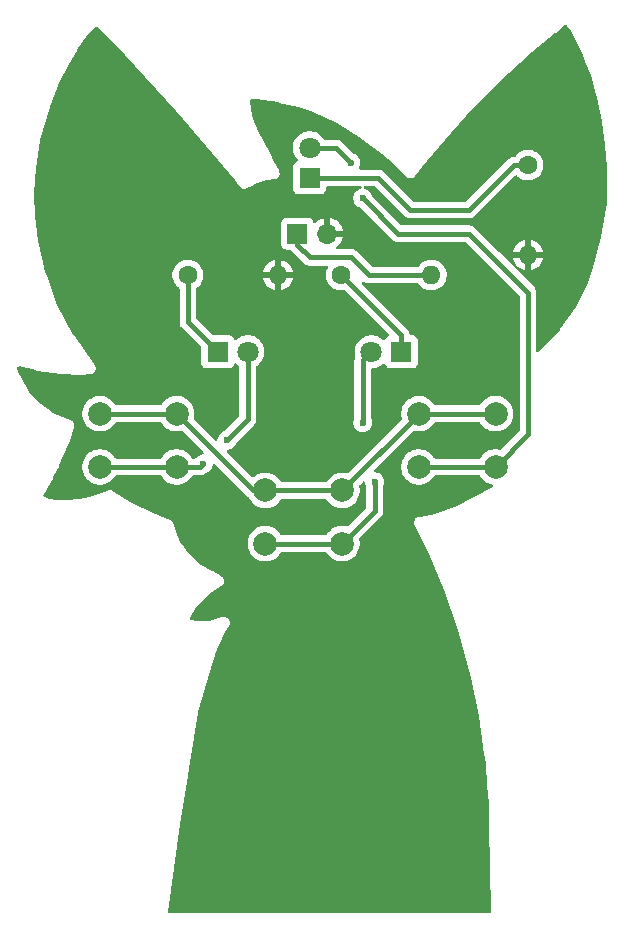
<source format=gbr>
%TF.GenerationSoftware,KiCad,Pcbnew,9.0.0*%
%TF.CreationDate,2025-04-08T13:38:03+08:00*%
%TF.ProjectId,project,70726f6a-6563-4742-9e6b-696361645f70,rev?*%
%TF.SameCoordinates,Original*%
%TF.FileFunction,Copper,L1,Top*%
%TF.FilePolarity,Positive*%
%FSLAX46Y46*%
G04 Gerber Fmt 4.6, Leading zero omitted, Abs format (unit mm)*
G04 Created by KiCad (PCBNEW 9.0.0) date 2025-04-08 13:38:03*
%MOMM*%
%LPD*%
G01*
G04 APERTURE LIST*
%TA.AperFunction,ComponentPad*%
%ADD10R,1.800000X1.800000*%
%TD*%
%TA.AperFunction,ComponentPad*%
%ADD11C,1.800000*%
%TD*%
%TA.AperFunction,ComponentPad*%
%ADD12C,2.000000*%
%TD*%
%TA.AperFunction,ComponentPad*%
%ADD13C,1.600000*%
%TD*%
%TA.AperFunction,ComponentPad*%
%ADD14O,1.600000X1.600000*%
%TD*%
%TA.AperFunction,ComponentPad*%
%ADD15R,1.700000X1.700000*%
%TD*%
%TA.AperFunction,ComponentPad*%
%ADD16O,1.700000X1.700000*%
%TD*%
%TA.AperFunction,ViaPad*%
%ADD17C,0.600000*%
%TD*%
%TA.AperFunction,Conductor*%
%ADD18C,0.400000*%
%TD*%
G04 APERTURE END LIST*
D10*
%TO.P,D2,1,K*%
%TO.N,Net-(D2-K)*%
X134275000Y-57000000D03*
D11*
%TO.P,D2,2,A*%
%TO.N,Net-(D2-A)*%
X131735000Y-57000000D03*
%TD*%
D12*
%TO.P,SW2,1,1*%
%TO.N,+3.3V*%
X122750000Y-68750000D03*
X129250000Y-68750000D03*
%TO.P,SW2,2,2*%
%TO.N,Net-(D2-A)*%
X122750000Y-73250000D03*
X129250000Y-73250000D03*
%TD*%
%TO.P,SW3,1,1*%
%TO.N,+3.3V*%
X135750000Y-62250000D03*
X142250000Y-62250000D03*
%TO.P,SW3,2,2*%
%TO.N,Net-(D3-A)*%
X135750000Y-66750000D03*
X142250000Y-66750000D03*
%TD*%
%TO.P,SW1,1,1*%
%TO.N,+3.3V*%
X108750000Y-62250000D03*
X115250000Y-62250000D03*
%TO.P,SW1,2,2*%
%TO.N,Net-(D1-A)*%
X108750000Y-66750000D03*
X115250000Y-66750000D03*
%TD*%
D10*
%TO.P,D1,1,K*%
%TO.N,Net-(D1-K)*%
X118725000Y-57000000D03*
D11*
%TO.P,D1,2,A*%
%TO.N,Net-(D1-A)*%
X121265000Y-57000000D03*
%TD*%
D10*
%TO.P,D3,1,K*%
%TO.N,Net-(D3-K)*%
X126500000Y-42275000D03*
D11*
%TO.P,D3,2,A*%
%TO.N,Net-(D3-A)*%
X126500000Y-39735000D03*
%TD*%
D13*
%TO.P,R1,1*%
%TO.N,Net-(D1-K)*%
X116190000Y-50500000D03*
D14*
%TO.P,R1,2*%
%TO.N,GND*%
X123810000Y-50500000D03*
%TD*%
D13*
%TO.P,R2,1*%
%TO.N,Net-(D2-K)*%
X129190000Y-50500000D03*
D14*
%TO.P,R2,2*%
%TO.N,Net-(J1-Pin_1)*%
X136810000Y-50500000D03*
%TD*%
D15*
%TO.P,J1,1,Pin_1*%
%TO.N,Net-(J1-Pin_1)*%
X125460000Y-47000000D03*
D16*
%TO.P,J1,2,Pin_2*%
%TO.N,GND*%
X128000000Y-47000000D03*
%TD*%
D13*
%TO.P,R3,1*%
%TO.N,Net-(D3-K)*%
X145000000Y-41190000D03*
D14*
%TO.P,R3,2*%
%TO.N,GND*%
X145000000Y-48810000D03*
%TD*%
D17*
%TO.N,Net-(D1-A)*%
X117500000Y-66500000D03*
X119500000Y-64500000D03*
%TO.N,Net-(D2-A)*%
X132000000Y-68000000D03*
X131000000Y-63000000D03*
%TO.N,Net-(D3-A)*%
X130000000Y-41000000D03*
X131000000Y-44000000D03*
%TD*%
D18*
%TO.N,+3.3V*%
X135750000Y-62250000D02*
X142250000Y-62250000D01*
X115250000Y-62250000D02*
X121750000Y-68750000D01*
X129250000Y-68750000D02*
X135750000Y-62250000D01*
X129250000Y-68750000D02*
X129250000Y-68250000D01*
X122750000Y-68750000D02*
X129250000Y-68750000D01*
X121750000Y-68750000D02*
X122750000Y-68750000D01*
X115750000Y-61750000D02*
X115250000Y-61750000D01*
X108750000Y-62250000D02*
X115250000Y-62250000D01*
%TO.N,Net-(D1-A)*%
X117500000Y-66500000D02*
X117250000Y-66750000D01*
X108750000Y-66750000D02*
X115250000Y-66750000D01*
X121265000Y-62735000D02*
X121265000Y-57000000D01*
X117250000Y-66750000D02*
X115250000Y-66750000D01*
X119500000Y-64500000D02*
X121265000Y-62735000D01*
%TO.N,Net-(D1-K)*%
X116190000Y-54465000D02*
X118725000Y-57000000D01*
X116190000Y-50500000D02*
X116190000Y-54465000D01*
%TO.N,Net-(D2-K)*%
X134275000Y-57000000D02*
X134275000Y-55585000D01*
X134275000Y-55585000D02*
X129190000Y-50500000D01*
%TO.N,Net-(D2-A)*%
X122750000Y-73250000D02*
X129250000Y-73250000D01*
X132000000Y-70500000D02*
X129250000Y-73250000D01*
X131000000Y-63000000D02*
X131000000Y-57735000D01*
X131000000Y-57735000D02*
X131735000Y-57000000D01*
X132000000Y-68000000D02*
X132000000Y-70500000D01*
%TO.N,Net-(D3-A)*%
X130000000Y-41000000D02*
X128735000Y-39735000D01*
X145000000Y-52000000D02*
X140000000Y-47000000D01*
X145000000Y-64000000D02*
X145000000Y-52000000D01*
X135750000Y-66750000D02*
X142250000Y-66750000D01*
X134000000Y-47000000D02*
X131000000Y-44000000D01*
X128735000Y-39735000D02*
X126500000Y-39735000D01*
X140000000Y-47000000D02*
X134000000Y-47000000D01*
X142250000Y-66750000D02*
X145000000Y-64000000D01*
%TO.N,Net-(D3-K)*%
X132275000Y-42275000D02*
X126500000Y-42275000D01*
X143810000Y-41190000D02*
X140000000Y-45000000D01*
X140000000Y-45000000D02*
X135000000Y-45000000D01*
X135000000Y-45000000D02*
X132275000Y-42275000D01*
X145000000Y-41190000D02*
X143810000Y-41190000D01*
%TO.N,Net-(J1-Pin_1)*%
X125460000Y-47960000D02*
X125460000Y-47000000D01*
X131500000Y-50500000D02*
X130000000Y-49000000D01*
X130000000Y-49000000D02*
X126500000Y-49000000D01*
X136810000Y-50500000D02*
X131500000Y-50500000D01*
X126500000Y-49000000D02*
X125460000Y-47960000D01*
%TD*%
%TA.AperFunction,Conductor*%
%TO.N,GND*%
G36*
X148288792Y-29346875D02*
G01*
X148333091Y-29387051D01*
X148535666Y-29689197D01*
X148542450Y-29700589D01*
X149231969Y-31013325D01*
X149489312Y-31503268D01*
X149549974Y-31618758D01*
X149555931Y-31631906D01*
X149941921Y-32635484D01*
X149942291Y-32636458D01*
X150294680Y-33576161D01*
X150297117Y-33583316D01*
X150596267Y-34557967D01*
X150598160Y-34564832D01*
X150841268Y-35556711D01*
X150842232Y-35560964D01*
X151246148Y-37501731D01*
X151247453Y-37509115D01*
X151531503Y-39458283D01*
X151532468Y-39467116D01*
X151680106Y-41484838D01*
X151680332Y-41488778D01*
X151719010Y-42426698D01*
X151719060Y-42435507D01*
X151660686Y-44391027D01*
X151659642Y-44403798D01*
X151535128Y-45332865D01*
X151534605Y-45336386D01*
X151211214Y-47315928D01*
X151208524Y-47328351D01*
X150444935Y-50147759D01*
X150441174Y-50159354D01*
X150053689Y-51180044D01*
X150048457Y-51191914D01*
X149033441Y-53202611D01*
X149024307Y-53217875D01*
X147694975Y-55115544D01*
X147684154Y-55128912D01*
X145915240Y-57028167D01*
X145855144Y-57063809D01*
X145785319Y-57061302D01*
X145727934Y-57021444D01*
X145701208Y-56956888D01*
X145700500Y-56943655D01*
X145700500Y-51931004D01*
X145673581Y-51795677D01*
X145673580Y-51795676D01*
X145673580Y-51795672D01*
X145620775Y-51668189D01*
X145611034Y-51653610D01*
X145593582Y-51627491D01*
X145544114Y-51553456D01*
X142550658Y-48560000D01*
X143723391Y-48560000D01*
X144684314Y-48560000D01*
X144679920Y-48564394D01*
X144627259Y-48655606D01*
X144600000Y-48757339D01*
X144600000Y-48862661D01*
X144627259Y-48964394D01*
X144679920Y-49055606D01*
X144684314Y-49060000D01*
X143723391Y-49060000D01*
X143732009Y-49114413D01*
X143795244Y-49309029D01*
X143888140Y-49491349D01*
X144008417Y-49656894D01*
X144008417Y-49656895D01*
X144153104Y-49801582D01*
X144318650Y-49921859D01*
X144500968Y-50014754D01*
X144695578Y-50077988D01*
X144750000Y-50086607D01*
X144750000Y-49125686D01*
X144754394Y-49130080D01*
X144845606Y-49182741D01*
X144947339Y-49210000D01*
X145052661Y-49210000D01*
X145154394Y-49182741D01*
X145245606Y-49130080D01*
X145250000Y-49125686D01*
X145250000Y-50086606D01*
X145304421Y-50077988D01*
X145499031Y-50014754D01*
X145681349Y-49921859D01*
X145846894Y-49801582D01*
X145846895Y-49801582D01*
X145991582Y-49656895D01*
X145991582Y-49656894D01*
X146111859Y-49491349D01*
X146204755Y-49309029D01*
X146267990Y-49114413D01*
X146276609Y-49060000D01*
X145315686Y-49060000D01*
X145320080Y-49055606D01*
X145372741Y-48964394D01*
X145400000Y-48862661D01*
X145400000Y-48757339D01*
X145372741Y-48655606D01*
X145320080Y-48564394D01*
X145315686Y-48560000D01*
X146276609Y-48560000D01*
X146267990Y-48505586D01*
X146204755Y-48310970D01*
X146111859Y-48128650D01*
X145991582Y-47963105D01*
X145991582Y-47963104D01*
X145846895Y-47818417D01*
X145681349Y-47698140D01*
X145499029Y-47605244D01*
X145304413Y-47542009D01*
X145250000Y-47533390D01*
X145250000Y-48494314D01*
X145245606Y-48489920D01*
X145154394Y-48437259D01*
X145052661Y-48410000D01*
X144947339Y-48410000D01*
X144845606Y-48437259D01*
X144754394Y-48489920D01*
X144750000Y-48494314D01*
X144750000Y-47533390D01*
X144695586Y-47542009D01*
X144500970Y-47605244D01*
X144318650Y-47698140D01*
X144153105Y-47818417D01*
X144153104Y-47818417D01*
X144008417Y-47963104D01*
X144008417Y-47963105D01*
X143888140Y-48128650D01*
X143795244Y-48310970D01*
X143732009Y-48505586D01*
X143723391Y-48560000D01*
X142550658Y-48560000D01*
X140446545Y-46455887D01*
X140331807Y-46379222D01*
X140204332Y-46326421D01*
X140204322Y-46326418D01*
X140068996Y-46299500D01*
X140068994Y-46299500D01*
X140068993Y-46299500D01*
X134341519Y-46299500D01*
X134274480Y-46279815D01*
X134253838Y-46263181D01*
X131796071Y-43805414D01*
X131769191Y-43765185D01*
X131709397Y-43620827D01*
X131709390Y-43620814D01*
X131621789Y-43489711D01*
X131621786Y-43489707D01*
X131510292Y-43378213D01*
X131510288Y-43378210D01*
X131379185Y-43290609D01*
X131379172Y-43290602D01*
X131233501Y-43230264D01*
X131233489Y-43230261D01*
X131187520Y-43221117D01*
X131125609Y-43188732D01*
X131091035Y-43128016D01*
X131094774Y-43058247D01*
X131135641Y-43001575D01*
X131200659Y-42975994D01*
X131211711Y-42975500D01*
X131933481Y-42975500D01*
X132000520Y-42995185D01*
X132021162Y-43011819D01*
X134553453Y-45544111D01*
X134553454Y-45544112D01*
X134668192Y-45620777D01*
X134795667Y-45673578D01*
X134795672Y-45673580D01*
X134795676Y-45673580D01*
X134795677Y-45673581D01*
X134931003Y-45700500D01*
X134931006Y-45700500D01*
X140068996Y-45700500D01*
X140160040Y-45682389D01*
X140204328Y-45673580D01*
X140291774Y-45637359D01*
X140331807Y-45620777D01*
X140331808Y-45620776D01*
X140331811Y-45620775D01*
X140446543Y-45544114D01*
X143893056Y-42097599D01*
X143954377Y-42064116D01*
X144024069Y-42069100D01*
X144068416Y-42097601D01*
X144152786Y-42181971D01*
X144290130Y-42281755D01*
X144318390Y-42302287D01*
X144431256Y-42359795D01*
X144500776Y-42395218D01*
X144500778Y-42395218D01*
X144500781Y-42395220D01*
X144593669Y-42425401D01*
X144695465Y-42458477D01*
X144790114Y-42473468D01*
X144897648Y-42490500D01*
X144897649Y-42490500D01*
X145102351Y-42490500D01*
X145102352Y-42490500D01*
X145304534Y-42458477D01*
X145499219Y-42395220D01*
X145681610Y-42302287D01*
X145796813Y-42218588D01*
X145847213Y-42181971D01*
X145847215Y-42181968D01*
X145847219Y-42181966D01*
X145991966Y-42037219D01*
X145991968Y-42037215D01*
X145991971Y-42037213D01*
X146082160Y-41913076D01*
X146112287Y-41871610D01*
X146205220Y-41689219D01*
X146268477Y-41494534D01*
X146300500Y-41292352D01*
X146300500Y-41087648D01*
X146272037Y-40907944D01*
X146268477Y-40885465D01*
X146229826Y-40766510D01*
X146205220Y-40690781D01*
X146205218Y-40690778D01*
X146205218Y-40690776D01*
X146143284Y-40569225D01*
X146112287Y-40508390D01*
X146073632Y-40455185D01*
X145991971Y-40342786D01*
X145847213Y-40198028D01*
X145681613Y-40077715D01*
X145681612Y-40077714D01*
X145681610Y-40077713D01*
X145624653Y-40048691D01*
X145499223Y-39984781D01*
X145304534Y-39921522D01*
X145129995Y-39893878D01*
X145102352Y-39889500D01*
X144897648Y-39889500D01*
X144873329Y-39893351D01*
X144695465Y-39921522D01*
X144500776Y-39984781D01*
X144318386Y-40077715D01*
X144152786Y-40198028D01*
X144008030Y-40342784D01*
X143938575Y-40438384D01*
X143883245Y-40481051D01*
X143838256Y-40489500D01*
X143741004Y-40489500D01*
X143605677Y-40516418D01*
X143605667Y-40516421D01*
X143478192Y-40569222D01*
X143363454Y-40645887D01*
X143363453Y-40645888D01*
X139746162Y-44263181D01*
X139684839Y-44296666D01*
X139658481Y-44299500D01*
X135341519Y-44299500D01*
X135274480Y-44279815D01*
X135253838Y-44263181D01*
X132721546Y-41730888D01*
X132721545Y-41730887D01*
X132606807Y-41654222D01*
X132479332Y-41601421D01*
X132479322Y-41601418D01*
X132343996Y-41574500D01*
X132343994Y-41574500D01*
X132343993Y-41574500D01*
X130810873Y-41574500D01*
X130743834Y-41554815D01*
X130698079Y-41502011D01*
X130688135Y-41432853D01*
X130706621Y-41384607D01*
X130706521Y-41384554D01*
X130706950Y-41383750D01*
X130707771Y-41381609D01*
X130709390Y-41379185D01*
X130709390Y-41379184D01*
X130709394Y-41379179D01*
X130769737Y-41233497D01*
X130800500Y-41078842D01*
X130800500Y-40921158D01*
X130800500Y-40921155D01*
X130800499Y-40921153D01*
X130769738Y-40766510D01*
X130769737Y-40766503D01*
X130741170Y-40697535D01*
X130709397Y-40620827D01*
X130709390Y-40620814D01*
X130621789Y-40489711D01*
X130621786Y-40489707D01*
X130510292Y-40378213D01*
X130510288Y-40378210D01*
X130379185Y-40290609D01*
X130379172Y-40290602D01*
X130234814Y-40230808D01*
X130194585Y-40203928D01*
X129181546Y-39190888D01*
X129181545Y-39190887D01*
X129066807Y-39114222D01*
X128939332Y-39061421D01*
X128939322Y-39061418D01*
X128803996Y-39034500D01*
X128803994Y-39034500D01*
X128803993Y-39034500D01*
X127785351Y-39034500D01*
X127718312Y-39014815D01*
X127685035Y-38983388D01*
X127568242Y-38822635D01*
X127412365Y-38666758D01*
X127412363Y-38666756D01*
X127412358Y-38666752D01*
X127234025Y-38537187D01*
X127234024Y-38537186D01*
X127234022Y-38537185D01*
X127171096Y-38505122D01*
X127037606Y-38437104D01*
X127037603Y-38437103D01*
X126827952Y-38368985D01*
X126719086Y-38351742D01*
X126610222Y-38334500D01*
X126389778Y-38334500D01*
X126317201Y-38345995D01*
X126172047Y-38368985D01*
X125962396Y-38437103D01*
X125962393Y-38437104D01*
X125765974Y-38537187D01*
X125587641Y-38666752D01*
X125587636Y-38666756D01*
X125431756Y-38822636D01*
X125431752Y-38822641D01*
X125302187Y-39000974D01*
X125202104Y-39197393D01*
X125202103Y-39197396D01*
X125133985Y-39407047D01*
X125099500Y-39624778D01*
X125099500Y-39845221D01*
X125133985Y-40062952D01*
X125202103Y-40272603D01*
X125202104Y-40272606D01*
X125302187Y-40469025D01*
X125431752Y-40647358D01*
X125431756Y-40647363D01*
X125481928Y-40697535D01*
X125515413Y-40758858D01*
X125510429Y-40828550D01*
X125468557Y-40884483D01*
X125437581Y-40901398D01*
X125357669Y-40931203D01*
X125357664Y-40931206D01*
X125242455Y-41017452D01*
X125242452Y-41017455D01*
X125156206Y-41132664D01*
X125156202Y-41132671D01*
X125105908Y-41267517D01*
X125102703Y-41297335D01*
X125099501Y-41327123D01*
X125099500Y-41327135D01*
X125099500Y-43222870D01*
X125099501Y-43222876D01*
X125105908Y-43282483D01*
X125156202Y-43417328D01*
X125156206Y-43417335D01*
X125242452Y-43532544D01*
X125242455Y-43532547D01*
X125357664Y-43618793D01*
X125357671Y-43618797D01*
X125492517Y-43669091D01*
X125492516Y-43669091D01*
X125499444Y-43669835D01*
X125552127Y-43675500D01*
X127447872Y-43675499D01*
X127507483Y-43669091D01*
X127642331Y-43618796D01*
X127757546Y-43532546D01*
X127843796Y-43417331D01*
X127894091Y-43282483D01*
X127900500Y-43222873D01*
X127900500Y-43099500D01*
X127920185Y-43032461D01*
X127972989Y-42986706D01*
X128024500Y-42975500D01*
X130788289Y-42975500D01*
X130855328Y-42995185D01*
X130901083Y-43047989D01*
X130911027Y-43117147D01*
X130882002Y-43180703D01*
X130823224Y-43218477D01*
X130812480Y-43221117D01*
X130766510Y-43230261D01*
X130766498Y-43230264D01*
X130620827Y-43290602D01*
X130620814Y-43290609D01*
X130489711Y-43378210D01*
X130489707Y-43378213D01*
X130378213Y-43489707D01*
X130378210Y-43489711D01*
X130290609Y-43620814D01*
X130290602Y-43620827D01*
X130230264Y-43766498D01*
X130230261Y-43766510D01*
X130199500Y-43921153D01*
X130199500Y-44078846D01*
X130230261Y-44233489D01*
X130230264Y-44233501D01*
X130290602Y-44379172D01*
X130290609Y-44379185D01*
X130378210Y-44510288D01*
X130378213Y-44510292D01*
X130489707Y-44621786D01*
X130489711Y-44621789D01*
X130620814Y-44709390D01*
X130620827Y-44709397D01*
X130765185Y-44769191D01*
X130805414Y-44796071D01*
X133553453Y-47544111D01*
X133553454Y-47544112D01*
X133668192Y-47620777D01*
X133795667Y-47673578D01*
X133795672Y-47673580D01*
X133795676Y-47673580D01*
X133795677Y-47673581D01*
X133931003Y-47700500D01*
X133931006Y-47700500D01*
X133931007Y-47700500D01*
X139658481Y-47700500D01*
X139725520Y-47720185D01*
X139746162Y-47736819D01*
X144263181Y-52253838D01*
X144296666Y-52315161D01*
X144299500Y-52341519D01*
X144299500Y-63658480D01*
X144279815Y-63725519D01*
X144263181Y-63746161D01*
X142746823Y-65262518D01*
X142685500Y-65296003D01*
X142620824Y-65292768D01*
X142601370Y-65286447D01*
X142368097Y-65249500D01*
X142368092Y-65249500D01*
X142131908Y-65249500D01*
X142131903Y-65249500D01*
X141898631Y-65286446D01*
X141674003Y-65359433D01*
X141463566Y-65466657D01*
X141401598Y-65511680D01*
X141272490Y-65605483D01*
X141272488Y-65605485D01*
X141272487Y-65605485D01*
X141105485Y-65772487D01*
X141105485Y-65772488D01*
X141105483Y-65772490D01*
X141092324Y-65790602D01*
X140966657Y-65963566D01*
X140957368Y-65981797D01*
X140909392Y-66032592D01*
X140846884Y-66049500D01*
X137153116Y-66049500D01*
X137086077Y-66029815D01*
X137042632Y-65981797D01*
X137033342Y-65963566D01*
X136971329Y-65878213D01*
X136894517Y-65772490D01*
X136727510Y-65605483D01*
X136536433Y-65466657D01*
X136325996Y-65359433D01*
X136101368Y-65286446D01*
X135868097Y-65249500D01*
X135868092Y-65249500D01*
X135631908Y-65249500D01*
X135631903Y-65249500D01*
X135398631Y-65286446D01*
X135174003Y-65359433D01*
X134963566Y-65466657D01*
X134901598Y-65511680D01*
X134772490Y-65605483D01*
X134772488Y-65605485D01*
X134772487Y-65605485D01*
X134605485Y-65772487D01*
X134605485Y-65772488D01*
X134605483Y-65772490D01*
X134592324Y-65790602D01*
X134466657Y-65963566D01*
X134359433Y-66174003D01*
X134286446Y-66398631D01*
X134249500Y-66631902D01*
X134249500Y-66868097D01*
X134286446Y-67101368D01*
X134359433Y-67325996D01*
X134409156Y-67423581D01*
X134466657Y-67536433D01*
X134605483Y-67727510D01*
X134772490Y-67894517D01*
X134963567Y-68033343D01*
X135049904Y-68077334D01*
X135174003Y-68140566D01*
X135174005Y-68140566D01*
X135174008Y-68140568D01*
X135256302Y-68167307D01*
X135398631Y-68213553D01*
X135631903Y-68250500D01*
X135631908Y-68250500D01*
X135868097Y-68250500D01*
X136101368Y-68213553D01*
X136192559Y-68183923D01*
X136325992Y-68140568D01*
X136536433Y-68033343D01*
X136727510Y-67894517D01*
X136894517Y-67727510D01*
X137033343Y-67536433D01*
X137042632Y-67518203D01*
X137090608Y-67467408D01*
X137153116Y-67450500D01*
X140846884Y-67450500D01*
X140913923Y-67470185D01*
X140957368Y-67518203D01*
X140966657Y-67536433D01*
X141105483Y-67727510D01*
X141272490Y-67894517D01*
X141463567Y-68033343D01*
X141549904Y-68077334D01*
X141674003Y-68140566D01*
X141674005Y-68140566D01*
X141674008Y-68140568D01*
X141756302Y-68167307D01*
X141898631Y-68213553D01*
X141957544Y-68222884D01*
X142020679Y-68252813D01*
X142057610Y-68312125D01*
X142056612Y-68381987D01*
X142018002Y-68440220D01*
X141995767Y-68455156D01*
X138779760Y-70142854D01*
X138762373Y-70150346D01*
X137131428Y-70709799D01*
X137113680Y-70714452D01*
X135821599Y-70952707D01*
X135821600Y-70952708D01*
X135811178Y-70954630D01*
X135808276Y-70954433D01*
X135746409Y-70966573D01*
X135745704Y-70966704D01*
X135745703Y-70966703D01*
X135745703Y-70966704D01*
X135684205Y-70978044D01*
X135682317Y-70978680D01*
X135682316Y-70978679D01*
X135678968Y-70979806D01*
X135623009Y-71007223D01*
X135621735Y-71007838D01*
X135565440Y-71034626D01*
X135562494Y-71036535D01*
X135562470Y-71036552D01*
X135560793Y-71037638D01*
X135513660Y-71078758D01*
X135512590Y-71079681D01*
X135465149Y-71120125D01*
X135462821Y-71122707D01*
X135461448Y-71124228D01*
X135426527Y-71176201D01*
X135426127Y-71176795D01*
X135390412Y-71228662D01*
X135389440Y-71231396D01*
X135387815Y-71233816D01*
X135367629Y-71292782D01*
X135367630Y-71292783D01*
X135367383Y-71293503D01*
X135346308Y-71352846D01*
X135346077Y-71355742D01*
X135345134Y-71358498D01*
X135340902Y-71420628D01*
X135340798Y-71422038D01*
X135335848Y-71484220D01*
X135336030Y-71487764D01*
X135336031Y-71487769D01*
X135336132Y-71489744D01*
X135348173Y-71551100D01*
X135348438Y-71552489D01*
X135359749Y-71613826D01*
X135360831Y-71617166D01*
X135360849Y-71617221D01*
X135361451Y-71619080D01*
X135361557Y-71619296D01*
X135389294Y-71675907D01*
X135416373Y-71732813D01*
X135418257Y-71735024D01*
X135422919Y-71744538D01*
X135422923Y-71744545D01*
X136604248Y-74155609D01*
X136606635Y-74160780D01*
X137909863Y-77162154D01*
X137913794Y-77172432D01*
X139039484Y-80559379D01*
X139041504Y-80566084D01*
X140142155Y-84631556D01*
X140143832Y-84638548D01*
X140806025Y-87801254D01*
X140807402Y-87809067D01*
X141184124Y-90436460D01*
X141185661Y-90447178D01*
X141185325Y-90450308D01*
X141195005Y-90512356D01*
X141195117Y-90513131D01*
X141195116Y-90513133D01*
X141204010Y-90575158D01*
X141206822Y-90588095D01*
X141412102Y-91903752D01*
X141413141Y-91912397D01*
X141560683Y-93653389D01*
X141560890Y-93656220D01*
X141659482Y-95253422D01*
X141659710Y-95259653D01*
X141678694Y-96930296D01*
X141678804Y-96940010D01*
X141678336Y-96941906D01*
X141679552Y-97005844D01*
X141679559Y-97006380D01*
X141680317Y-97073073D01*
X141680993Y-97081429D01*
X141820803Y-104421393D01*
X141802398Y-104488795D01*
X141750475Y-104535547D01*
X141696825Y-104547754D01*
X114593248Y-104547754D01*
X114526209Y-104528069D01*
X114480454Y-104475265D01*
X114470510Y-104406107D01*
X114470569Y-104405705D01*
X115559248Y-97005849D01*
X116084352Y-93436655D01*
X116084695Y-93434465D01*
X116365142Y-91740334D01*
X117057606Y-87557279D01*
X117060936Y-87542695D01*
X117919101Y-84613100D01*
X117919594Y-84611463D01*
X118527857Y-82639513D01*
X118532722Y-82626416D01*
X119371116Y-80708710D01*
X119379120Y-80693405D01*
X119643219Y-80264247D01*
X119645274Y-80262261D01*
X119677737Y-80208155D01*
X119710789Y-80154447D01*
X119710789Y-80154444D01*
X119710904Y-80154259D01*
X119711661Y-80152516D01*
X119712225Y-80151238D01*
X119713013Y-80149476D01*
X119713074Y-80149261D01*
X119713077Y-80149257D01*
X119730428Y-80088598D01*
X119748455Y-80028160D01*
X119748534Y-80025305D01*
X119749320Y-80022561D01*
X119749320Y-80022558D01*
X119749321Y-80022555D01*
X119750373Y-79959938D01*
X119750395Y-79958992D01*
X119752152Y-79896428D01*
X119752151Y-79896424D01*
X119751796Y-79892984D01*
X119751796Y-79892980D01*
X119751592Y-79891004D01*
X119736415Y-79830300D01*
X119736084Y-79828943D01*
X119721630Y-79768234D01*
X119721629Y-79768231D01*
X119721628Y-79768227D01*
X119721625Y-79768222D01*
X119720383Y-79764967D01*
X119720382Y-79764964D01*
X119719685Y-79763138D01*
X119689335Y-79708467D01*
X119688664Y-79707243D01*
X119658964Y-79652295D01*
X119658957Y-79652287D01*
X119656953Y-79649518D01*
X119656952Y-79649516D01*
X119656950Y-79649513D01*
X119655771Y-79647884D01*
X119655612Y-79647720D01*
X119655612Y-79647719D01*
X119612250Y-79602874D01*
X119611309Y-79601889D01*
X119573302Y-79561688D01*
X119568428Y-79556532D01*
X119568427Y-79556531D01*
X119568425Y-79556529D01*
X119565718Y-79554329D01*
X119565717Y-79554328D01*
X119565707Y-79554320D01*
X119564206Y-79553100D01*
X119564010Y-79552982D01*
X119564008Y-79552980D01*
X119510459Y-79520850D01*
X119509341Y-79520170D01*
X119456194Y-79487464D01*
X119452946Y-79486011D01*
X119451220Y-79485238D01*
X119391026Y-79468018D01*
X119391026Y-79468017D01*
X119390165Y-79467770D01*
X119329907Y-79449799D01*
X119327048Y-79449718D01*
X119324302Y-79448933D01*
X119324300Y-79448932D01*
X119324297Y-79448932D01*
X119261966Y-79447884D01*
X119260573Y-79447853D01*
X119198171Y-79446101D01*
X119194692Y-79446460D01*
X119194660Y-79446464D01*
X119192757Y-79446660D01*
X119131994Y-79461851D01*
X119131313Y-79462021D01*
X119069974Y-79476626D01*
X119067460Y-79477984D01*
X119057225Y-79480543D01*
X117950929Y-79757117D01*
X117925811Y-79760720D01*
X117034312Y-79796379D01*
X117016750Y-79795836D01*
X116497747Y-79742799D01*
X116433056Y-79716401D01*
X116392906Y-79659219D01*
X116390045Y-79589408D01*
X116400621Y-79561691D01*
X116808667Y-78786404D01*
X116825073Y-78762509D01*
X117642635Y-77828153D01*
X117662033Y-77810253D01*
X118255667Y-77369524D01*
X118260781Y-77365923D01*
X119010284Y-76866257D01*
X119049718Y-76844470D01*
X119064908Y-76829841D01*
X119082453Y-76818145D01*
X119108791Y-76788174D01*
X119115903Y-76780731D01*
X119144642Y-76753056D01*
X119155529Y-76734992D01*
X119169448Y-76719155D01*
X119189413Y-76678775D01*
X119212671Y-76640189D01*
X119218511Y-76619924D01*
X119227858Y-76601023D01*
X119236691Y-76556854D01*
X119249171Y-76513560D01*
X119249568Y-76492470D01*
X119253703Y-76471797D01*
X119250804Y-76426849D01*
X119251653Y-76381799D01*
X119251612Y-76381636D01*
X119249250Y-76372104D01*
X119249248Y-76372099D01*
X119246577Y-76361327D01*
X119245222Y-76340287D01*
X119230786Y-76297615D01*
X119219947Y-76253885D01*
X119215116Y-76245141D01*
X119209745Y-76235421D01*
X119202991Y-76215452D01*
X119178004Y-76177972D01*
X119175503Y-76173445D01*
X119156218Y-76138538D01*
X119156214Y-76138533D01*
X119149292Y-76131346D01*
X119149287Y-76131341D01*
X119141585Y-76123343D01*
X119129891Y-76105801D01*
X119096051Y-76076061D01*
X119064802Y-76043613D01*
X119062331Y-76042123D01*
X119056244Y-76038454D01*
X119056244Y-76038453D01*
X119046737Y-76032722D01*
X119030901Y-76018806D01*
X118990532Y-75998845D01*
X118986105Y-75996177D01*
X118986098Y-75996174D01*
X118339631Y-75606523D01*
X118328148Y-75597674D01*
X118327846Y-75598081D01*
X118321327Y-75593231D01*
X118321325Y-75593229D01*
X118315178Y-75589801D01*
X118272972Y-75566262D01*
X118269362Y-75564168D01*
X118221931Y-75535580D01*
X118214486Y-75532331D01*
X118214687Y-75531869D01*
X118201303Y-75526293D01*
X117286006Y-75015839D01*
X117263163Y-74999451D01*
X116947484Y-74713553D01*
X116298556Y-74125844D01*
X116283192Y-74109122D01*
X115590750Y-73200855D01*
X115576476Y-73176988D01*
X115555982Y-73131902D01*
X115176250Y-72296494D01*
X115169547Y-72277960D01*
X114991859Y-71629397D01*
X114987828Y-71598385D01*
X114974521Y-71566113D01*
X114965300Y-71532454D01*
X114949513Y-71505462D01*
X114937593Y-71476551D01*
X114916390Y-71448826D01*
X114898769Y-71418697D01*
X114876533Y-71396709D01*
X114857537Y-71371870D01*
X114829880Y-71350577D01*
X114805062Y-71326036D01*
X114785347Y-71314800D01*
X114771102Y-71305323D01*
X114753120Y-71291479D01*
X114753111Y-71291474D01*
X114727976Y-71281014D01*
X114727976Y-71281015D01*
X114727973Y-71281014D01*
X114720889Y-71278066D01*
X114690565Y-71260785D01*
X114660314Y-71252861D01*
X114652393Y-71249565D01*
X114652391Y-71249563D01*
X113216955Y-70652268D01*
X113211193Y-70649697D01*
X111292208Y-69734039D01*
X111278156Y-69726175D01*
X109965947Y-68875502D01*
X109892278Y-68827744D01*
X109869591Y-68807931D01*
X109837216Y-68792048D01*
X109831012Y-68788026D01*
X109831011Y-68788025D01*
X109806970Y-68772440D01*
X109786751Y-68765888D01*
X109770367Y-68759254D01*
X109756645Y-68752523D01*
X109751276Y-68749889D01*
X109751274Y-68749888D01*
X109751273Y-68749888D01*
X109723147Y-68744354D01*
X109715893Y-68742926D01*
X109681601Y-68731815D01*
X109651528Y-68730262D01*
X109642827Y-68728550D01*
X109642825Y-68728549D01*
X109621972Y-68724447D01*
X109593374Y-68726382D01*
X109593371Y-68726382D01*
X109585993Y-68726880D01*
X109549992Y-68725023D01*
X109520542Y-68731306D01*
X109511704Y-68731904D01*
X109511699Y-68731905D01*
X109490487Y-68733340D01*
X109463356Y-68742611D01*
X109449146Y-68746540D01*
X109421114Y-68752523D01*
X109421103Y-68752527D01*
X109402161Y-68762196D01*
X109385889Y-68769088D01*
X107887173Y-69281308D01*
X107871389Y-69285564D01*
X106945882Y-69470665D01*
X106932255Y-69472611D01*
X105966584Y-69556178D01*
X105950784Y-69556535D01*
X105070055Y-69520216D01*
X105050610Y-69517866D01*
X104196652Y-69345350D01*
X104163569Y-69333595D01*
X104026177Y-69261464D01*
X103975972Y-69212874D01*
X103960006Y-69144853D01*
X103977287Y-69088215D01*
X104162213Y-68777804D01*
X104169710Y-68766646D01*
X104173184Y-68762034D01*
X104173193Y-68762026D01*
X104202862Y-68709575D01*
X104233704Y-68657805D01*
X104235260Y-68652300D01*
X104733129Y-67772137D01*
X104747865Y-67751504D01*
X104748187Y-67751026D01*
X104748193Y-67751020D01*
X104770531Y-67706341D01*
X104773478Y-67700806D01*
X104798076Y-67657322D01*
X104798078Y-67657315D01*
X104798284Y-67656805D01*
X104807183Y-67633037D01*
X105254309Y-66738788D01*
X105262817Y-66728084D01*
X105283692Y-66680022D01*
X105307129Y-66633149D01*
X105307276Y-66632427D01*
X105315020Y-66607892D01*
X106136054Y-64717607D01*
X106153141Y-64689109D01*
X106162192Y-64657429D01*
X106175318Y-64627210D01*
X106179024Y-64602344D01*
X106182440Y-64586559D01*
X106198487Y-64530396D01*
X106523602Y-63392492D01*
X106538057Y-63357261D01*
X106541628Y-63329401D01*
X106549345Y-63302395D01*
X106549859Y-63271202D01*
X106550848Y-63257492D01*
X106554816Y-63226546D01*
X106551055Y-63198711D01*
X106551519Y-63170629D01*
X106542271Y-63133688D01*
X106537173Y-63095949D01*
X106529947Y-63078671D01*
X106524064Y-63060960D01*
X106519516Y-63042790D01*
X106519514Y-63042787D01*
X106519514Y-63042785D01*
X106504365Y-63015517D01*
X106501017Y-63009492D01*
X106486329Y-62974367D01*
X106469158Y-62952145D01*
X106455516Y-62927589D01*
X106433823Y-62905167D01*
X106429030Y-62900213D01*
X106405752Y-62870088D01*
X106383413Y-62853066D01*
X106363881Y-62832879D01*
X106351516Y-62825465D01*
X106337122Y-62816835D01*
X106331212Y-62813291D01*
X106300929Y-62790217D01*
X106274949Y-62779557D01*
X106266922Y-62774745D01*
X106266916Y-62774742D01*
X106250854Y-62765112D01*
X106250850Y-62765110D01*
X106220861Y-62756543D01*
X106207860Y-62752035D01*
X104964061Y-62241757D01*
X104748221Y-62153207D01*
X104722785Y-62139082D01*
X104712823Y-62131902D01*
X107249500Y-62131902D01*
X107249500Y-62368097D01*
X107286446Y-62601368D01*
X107359433Y-62825996D01*
X107456000Y-63015517D01*
X107466657Y-63036433D01*
X107605483Y-63227510D01*
X107772490Y-63394517D01*
X107963567Y-63533343D01*
X108062991Y-63584002D01*
X108174003Y-63640566D01*
X108174005Y-63640566D01*
X108174008Y-63640568D01*
X108294412Y-63679689D01*
X108398631Y-63713553D01*
X108631903Y-63750500D01*
X108631908Y-63750500D01*
X108868097Y-63750500D01*
X109101368Y-63713553D01*
X109130784Y-63703995D01*
X109325992Y-63640568D01*
X109536433Y-63533343D01*
X109727510Y-63394517D01*
X109894517Y-63227510D01*
X110033343Y-63036433D01*
X110042632Y-63018203D01*
X110090608Y-62967408D01*
X110153116Y-62950500D01*
X113846884Y-62950500D01*
X113913923Y-62970185D01*
X113957368Y-63018203D01*
X113961489Y-63026291D01*
X113966657Y-63036433D01*
X114105483Y-63227510D01*
X114272490Y-63394517D01*
X114463567Y-63533343D01*
X114562991Y-63584002D01*
X114674003Y-63640566D01*
X114674005Y-63640566D01*
X114674008Y-63640568D01*
X114794412Y-63679689D01*
X114898631Y-63713553D01*
X115131903Y-63750500D01*
X115131908Y-63750500D01*
X115368097Y-63750500D01*
X115542533Y-63722871D01*
X115601368Y-63713553D01*
X115620824Y-63707230D01*
X115690661Y-63705234D01*
X115746823Y-63737480D01*
X117497662Y-65488319D01*
X117531147Y-65549642D01*
X117526163Y-65619334D01*
X117484291Y-65675267D01*
X117426975Y-65697526D01*
X117427132Y-65698311D01*
X117422669Y-65699198D01*
X117422146Y-65699402D01*
X117421157Y-65699499D01*
X117266510Y-65730261D01*
X117266498Y-65730264D01*
X117120827Y-65790602D01*
X117120814Y-65790609D01*
X116989711Y-65878210D01*
X116989707Y-65878213D01*
X116878211Y-65989709D01*
X116875086Y-65994388D01*
X116868993Y-65999479D01*
X116865695Y-66006703D01*
X116842565Y-66021567D01*
X116821475Y-66039194D01*
X116812099Y-66041146D01*
X116806917Y-66044477D01*
X116771982Y-66049500D01*
X116653116Y-66049500D01*
X116586077Y-66029815D01*
X116542632Y-65981797D01*
X116533342Y-65963566D01*
X116471329Y-65878213D01*
X116394517Y-65772490D01*
X116227510Y-65605483D01*
X116036433Y-65466657D01*
X115825996Y-65359433D01*
X115601368Y-65286446D01*
X115368097Y-65249500D01*
X115368092Y-65249500D01*
X115131908Y-65249500D01*
X115131903Y-65249500D01*
X114898631Y-65286446D01*
X114674003Y-65359433D01*
X114463566Y-65466657D01*
X114401598Y-65511680D01*
X114272490Y-65605483D01*
X114272488Y-65605485D01*
X114272487Y-65605485D01*
X114105485Y-65772487D01*
X114105485Y-65772488D01*
X114105483Y-65772490D01*
X114092324Y-65790602D01*
X113966657Y-65963566D01*
X113957368Y-65981797D01*
X113909392Y-66032592D01*
X113846884Y-66049500D01*
X110153116Y-66049500D01*
X110086077Y-66029815D01*
X110042632Y-65981797D01*
X110033342Y-65963566D01*
X109971329Y-65878213D01*
X109894517Y-65772490D01*
X109727510Y-65605483D01*
X109536433Y-65466657D01*
X109325996Y-65359433D01*
X109101368Y-65286446D01*
X108868097Y-65249500D01*
X108868092Y-65249500D01*
X108631908Y-65249500D01*
X108631903Y-65249500D01*
X108398631Y-65286446D01*
X108174003Y-65359433D01*
X107963566Y-65466657D01*
X107901598Y-65511680D01*
X107772490Y-65605483D01*
X107772488Y-65605485D01*
X107772487Y-65605485D01*
X107605485Y-65772487D01*
X107605485Y-65772488D01*
X107605483Y-65772490D01*
X107592324Y-65790602D01*
X107466657Y-65963566D01*
X107359433Y-66174003D01*
X107286446Y-66398631D01*
X107249500Y-66631902D01*
X107249500Y-66868097D01*
X107286446Y-67101368D01*
X107359433Y-67325996D01*
X107409156Y-67423581D01*
X107466657Y-67536433D01*
X107605483Y-67727510D01*
X107772490Y-67894517D01*
X107963567Y-68033343D01*
X108049904Y-68077334D01*
X108174003Y-68140566D01*
X108174005Y-68140566D01*
X108174008Y-68140568D01*
X108256302Y-68167307D01*
X108398631Y-68213553D01*
X108631903Y-68250500D01*
X108631908Y-68250500D01*
X108868097Y-68250500D01*
X109101368Y-68213553D01*
X109192559Y-68183923D01*
X109325992Y-68140568D01*
X109536433Y-68033343D01*
X109727510Y-67894517D01*
X109894517Y-67727510D01*
X110033343Y-67536433D01*
X110042632Y-67518203D01*
X110090608Y-67467408D01*
X110153116Y-67450500D01*
X113846884Y-67450500D01*
X113913923Y-67470185D01*
X113957368Y-67518203D01*
X113966657Y-67536433D01*
X114105483Y-67727510D01*
X114272490Y-67894517D01*
X114463567Y-68033343D01*
X114549904Y-68077334D01*
X114674003Y-68140566D01*
X114674005Y-68140566D01*
X114674008Y-68140568D01*
X114756302Y-68167307D01*
X114898631Y-68213553D01*
X115131903Y-68250500D01*
X115131908Y-68250500D01*
X115368097Y-68250500D01*
X115601368Y-68213553D01*
X115692559Y-68183923D01*
X115825992Y-68140568D01*
X116036433Y-68033343D01*
X116227510Y-67894517D01*
X116394517Y-67727510D01*
X116533343Y-67536433D01*
X116542632Y-67518203D01*
X116590608Y-67467408D01*
X116653116Y-67450500D01*
X117318996Y-67450500D01*
X117410040Y-67432389D01*
X117454328Y-67423580D01*
X117581811Y-67370775D01*
X117696543Y-67294114D01*
X117696545Y-67294111D01*
X117701254Y-67290248D01*
X117701981Y-67291134D01*
X117734815Y-67269191D01*
X117879172Y-67209397D01*
X117879172Y-67209396D01*
X117879179Y-67209394D01*
X118010289Y-67121789D01*
X118121789Y-67010289D01*
X118209394Y-66879179D01*
X118269737Y-66733497D01*
X118300500Y-66578842D01*
X118300500Y-66578832D01*
X118300595Y-66577872D01*
X118300789Y-66577390D01*
X118301689Y-66572868D01*
X118302546Y-66573038D01*
X118326752Y-66513083D01*
X118383783Y-66472720D01*
X118453583Y-66469599D01*
X118511680Y-66502337D01*
X121303453Y-69294111D01*
X121303457Y-69294114D01*
X121336793Y-69316389D01*
X121378386Y-69363195D01*
X121466655Y-69536431D01*
X121501971Y-69585039D01*
X121605483Y-69727510D01*
X121772490Y-69894517D01*
X121963567Y-70033343D01*
X122062991Y-70084002D01*
X122174003Y-70140566D01*
X122174005Y-70140566D01*
X122174008Y-70140568D01*
X122294412Y-70179689D01*
X122398631Y-70213553D01*
X122631903Y-70250500D01*
X122631908Y-70250500D01*
X122868097Y-70250500D01*
X123101368Y-70213553D01*
X123112786Y-70209843D01*
X123325992Y-70140568D01*
X123536433Y-70033343D01*
X123727510Y-69894517D01*
X123894517Y-69727510D01*
X124033343Y-69536433D01*
X124042632Y-69518203D01*
X124090608Y-69467408D01*
X124153116Y-69450500D01*
X127846884Y-69450500D01*
X127913923Y-69470185D01*
X127957368Y-69518203D01*
X127966657Y-69536433D01*
X128105483Y-69727510D01*
X128272490Y-69894517D01*
X128463567Y-70033343D01*
X128562991Y-70084002D01*
X128674003Y-70140566D01*
X128674005Y-70140566D01*
X128674008Y-70140568D01*
X128794412Y-70179689D01*
X128898631Y-70213553D01*
X129131903Y-70250500D01*
X129131908Y-70250500D01*
X129368097Y-70250500D01*
X129601368Y-70213553D01*
X129612786Y-70209843D01*
X129825992Y-70140568D01*
X130036433Y-70033343D01*
X130227510Y-69894517D01*
X130394517Y-69727510D01*
X130533343Y-69536433D01*
X130640568Y-69325992D01*
X130713553Y-69101368D01*
X130750500Y-68868097D01*
X130750500Y-68631902D01*
X130713553Y-68398635D01*
X130713553Y-68398632D01*
X130707230Y-68379175D01*
X130705234Y-68309335D01*
X130737478Y-68253177D01*
X130988321Y-68002334D01*
X131049642Y-67968851D01*
X131119334Y-67973835D01*
X131175267Y-68015707D01*
X131197525Y-68073024D01*
X131198311Y-68072868D01*
X131199199Y-68077334D01*
X131199402Y-68077856D01*
X131199499Y-68078840D01*
X131230261Y-68233489D01*
X131230264Y-68233501D01*
X131290061Y-68377864D01*
X131299500Y-68425316D01*
X131299500Y-70158480D01*
X131279815Y-70225519D01*
X131263181Y-70246161D01*
X129746823Y-71762518D01*
X129685500Y-71796003D01*
X129620824Y-71792768D01*
X129601370Y-71786447D01*
X129368097Y-71749500D01*
X129368092Y-71749500D01*
X129131908Y-71749500D01*
X129131903Y-71749500D01*
X128898631Y-71786446D01*
X128674003Y-71859433D01*
X128463566Y-71966657D01*
X128354550Y-72045862D01*
X128272490Y-72105483D01*
X128272488Y-72105485D01*
X128272487Y-72105485D01*
X128105485Y-72272487D01*
X128105485Y-72272488D01*
X128105483Y-72272490D01*
X128094583Y-72287493D01*
X127966657Y-72463566D01*
X127957368Y-72481797D01*
X127909392Y-72532592D01*
X127846884Y-72549500D01*
X124153116Y-72549500D01*
X124086077Y-72529815D01*
X124042632Y-72481797D01*
X124033342Y-72463566D01*
X123894517Y-72272490D01*
X123727510Y-72105483D01*
X123536433Y-71966657D01*
X123325996Y-71859433D01*
X123101368Y-71786446D01*
X122868097Y-71749500D01*
X122868092Y-71749500D01*
X122631908Y-71749500D01*
X122631903Y-71749500D01*
X122398631Y-71786446D01*
X122174003Y-71859433D01*
X121963566Y-71966657D01*
X121854550Y-72045862D01*
X121772490Y-72105483D01*
X121772488Y-72105485D01*
X121772487Y-72105485D01*
X121605485Y-72272487D01*
X121605485Y-72272488D01*
X121605483Y-72272490D01*
X121594583Y-72287493D01*
X121466657Y-72463566D01*
X121359433Y-72674003D01*
X121286446Y-72898631D01*
X121249500Y-73131902D01*
X121249500Y-73368097D01*
X121286446Y-73601368D01*
X121359433Y-73825996D01*
X121422872Y-73950500D01*
X121466657Y-74036433D01*
X121605483Y-74227510D01*
X121772490Y-74394517D01*
X121963567Y-74533343D01*
X122062991Y-74584002D01*
X122174003Y-74640566D01*
X122174005Y-74640566D01*
X122174008Y-74640568D01*
X122294412Y-74679689D01*
X122398631Y-74713553D01*
X122631903Y-74750500D01*
X122631908Y-74750500D01*
X122868097Y-74750500D01*
X123101368Y-74713553D01*
X123325992Y-74640568D01*
X123536433Y-74533343D01*
X123727510Y-74394517D01*
X123894517Y-74227510D01*
X124033343Y-74036433D01*
X124042632Y-74018203D01*
X124090608Y-73967408D01*
X124153116Y-73950500D01*
X127846884Y-73950500D01*
X127913923Y-73970185D01*
X127957368Y-74018203D01*
X127966657Y-74036433D01*
X128105483Y-74227510D01*
X128272490Y-74394517D01*
X128463567Y-74533343D01*
X128562991Y-74584002D01*
X128674003Y-74640566D01*
X128674005Y-74640566D01*
X128674008Y-74640568D01*
X128794412Y-74679689D01*
X128898631Y-74713553D01*
X129131903Y-74750500D01*
X129131908Y-74750500D01*
X129368097Y-74750500D01*
X129601368Y-74713553D01*
X129825992Y-74640568D01*
X130036433Y-74533343D01*
X130227510Y-74394517D01*
X130394517Y-74227510D01*
X130533343Y-74036433D01*
X130640568Y-73825992D01*
X130713553Y-73601368D01*
X130750500Y-73368097D01*
X130750500Y-73131902D01*
X130713553Y-72898635D01*
X130713553Y-72898632D01*
X130707230Y-72879175D01*
X130705234Y-72809335D01*
X130737478Y-72753177D01*
X132544114Y-70946543D01*
X132583649Y-70887374D01*
X132620775Y-70831811D01*
X132673580Y-70704328D01*
X132684447Y-70649697D01*
X132700500Y-70568995D01*
X132700500Y-68425316D01*
X132709939Y-68377864D01*
X132769735Y-68233501D01*
X132769737Y-68233497D01*
X132800500Y-68078842D01*
X132800500Y-67921158D01*
X132800500Y-67921155D01*
X132800499Y-67921153D01*
X132770927Y-67772487D01*
X132769737Y-67766503D01*
X132744831Y-67706373D01*
X132709397Y-67620827D01*
X132709390Y-67620814D01*
X132621789Y-67489711D01*
X132621786Y-67489707D01*
X132510292Y-67378213D01*
X132510288Y-67378210D01*
X132379185Y-67290609D01*
X132379172Y-67290602D01*
X132233501Y-67230264D01*
X132233489Y-67230261D01*
X132078840Y-67199499D01*
X132077856Y-67199402D01*
X132077373Y-67199207D01*
X132072868Y-67198311D01*
X132073038Y-67197456D01*
X132013070Y-67173238D01*
X131972714Y-67116201D01*
X131969602Y-67046400D01*
X132002334Y-66988321D01*
X135253177Y-63737478D01*
X135314498Y-63703995D01*
X135379175Y-63707230D01*
X135398632Y-63713553D01*
X135474183Y-63725519D01*
X135631903Y-63750500D01*
X135631908Y-63750500D01*
X135868097Y-63750500D01*
X136101368Y-63713553D01*
X136130784Y-63703995D01*
X136325992Y-63640568D01*
X136536433Y-63533343D01*
X136727510Y-63394517D01*
X136894517Y-63227510D01*
X137033343Y-63036433D01*
X137042632Y-63018203D01*
X137090608Y-62967408D01*
X137153116Y-62950500D01*
X140846884Y-62950500D01*
X140913923Y-62970185D01*
X140957368Y-63018203D01*
X140961489Y-63026291D01*
X140966657Y-63036433D01*
X141105483Y-63227510D01*
X141272490Y-63394517D01*
X141463567Y-63533343D01*
X141562991Y-63584002D01*
X141674003Y-63640566D01*
X141674005Y-63640566D01*
X141674008Y-63640568D01*
X141794412Y-63679689D01*
X141898631Y-63713553D01*
X142131903Y-63750500D01*
X142131908Y-63750500D01*
X142368097Y-63750500D01*
X142601368Y-63713553D01*
X142630784Y-63703995D01*
X142825992Y-63640568D01*
X143036433Y-63533343D01*
X143227510Y-63394517D01*
X143394517Y-63227510D01*
X143533343Y-63036433D01*
X143640568Y-62825992D01*
X143713553Y-62601368D01*
X143732592Y-62481161D01*
X143750500Y-62368097D01*
X143750500Y-62131902D01*
X143713553Y-61898631D01*
X143640566Y-61674003D01*
X143567098Y-61529815D01*
X143533343Y-61463567D01*
X143394517Y-61272490D01*
X143227510Y-61105483D01*
X143036433Y-60966657D01*
X142825996Y-60859433D01*
X142601368Y-60786446D01*
X142368097Y-60749500D01*
X142368092Y-60749500D01*
X142131908Y-60749500D01*
X142131903Y-60749500D01*
X141898631Y-60786446D01*
X141674003Y-60859433D01*
X141463566Y-60966657D01*
X141357117Y-61043998D01*
X141272490Y-61105483D01*
X141272488Y-61105485D01*
X141272487Y-61105485D01*
X141105485Y-61272487D01*
X141105485Y-61272488D01*
X141105483Y-61272490D01*
X141045862Y-61354550D01*
X140966657Y-61463566D01*
X140957368Y-61481797D01*
X140909392Y-61532592D01*
X140846884Y-61549500D01*
X137153116Y-61549500D01*
X137086077Y-61529815D01*
X137042632Y-61481797D01*
X137033342Y-61463566D01*
X136894517Y-61272490D01*
X136727510Y-61105483D01*
X136536433Y-60966657D01*
X136325996Y-60859433D01*
X136101368Y-60786446D01*
X135868097Y-60749500D01*
X135868092Y-60749500D01*
X135631908Y-60749500D01*
X135631903Y-60749500D01*
X135398631Y-60786446D01*
X135174003Y-60859433D01*
X134963566Y-60966657D01*
X134857117Y-61043998D01*
X134772490Y-61105483D01*
X134772488Y-61105485D01*
X134772487Y-61105485D01*
X134605485Y-61272487D01*
X134605485Y-61272488D01*
X134605483Y-61272490D01*
X134545862Y-61354550D01*
X134466657Y-61463566D01*
X134359433Y-61674003D01*
X134286446Y-61898631D01*
X134249500Y-62131902D01*
X134249500Y-62368097D01*
X134286447Y-62601369D01*
X134286447Y-62601372D01*
X134292768Y-62620824D01*
X134294763Y-62690665D01*
X134262518Y-62746823D01*
X129746823Y-67262518D01*
X129685500Y-67296003D01*
X129620824Y-67292768D01*
X129601370Y-67286447D01*
X129368097Y-67249500D01*
X129368092Y-67249500D01*
X129131908Y-67249500D01*
X129131903Y-67249500D01*
X128898631Y-67286446D01*
X128674003Y-67359433D01*
X128463566Y-67466657D01*
X128392620Y-67518203D01*
X128272490Y-67605483D01*
X128272488Y-67605485D01*
X128272487Y-67605485D01*
X128105485Y-67772487D01*
X128105485Y-67772488D01*
X128105483Y-67772490D01*
X128045862Y-67854550D01*
X127966657Y-67963566D01*
X127957368Y-67981797D01*
X127909392Y-68032592D01*
X127846884Y-68049500D01*
X124153116Y-68049500D01*
X124086077Y-68029815D01*
X124042632Y-67981797D01*
X124033342Y-67963566D01*
X124031224Y-67960651D01*
X123894517Y-67772490D01*
X123727510Y-67605483D01*
X123536433Y-67466657D01*
X123451886Y-67423578D01*
X123325996Y-67359433D01*
X123101368Y-67286446D01*
X122868097Y-67249500D01*
X122868092Y-67249500D01*
X122631908Y-67249500D01*
X122631903Y-67249500D01*
X122398631Y-67286446D01*
X122174003Y-67359433D01*
X121963566Y-67466657D01*
X121892620Y-67518203D01*
X121772490Y-67605483D01*
X121772488Y-67605485D01*
X121772487Y-67605485D01*
X121771996Y-67605977D01*
X121771763Y-67606104D01*
X121768786Y-67608647D01*
X121768251Y-67608021D01*
X121710673Y-67639462D01*
X121640981Y-67634478D01*
X121596634Y-67605977D01*
X119502337Y-65511680D01*
X119468852Y-65450357D01*
X119473836Y-65380665D01*
X119515708Y-65324732D01*
X119573024Y-65302477D01*
X119572868Y-65301689D01*
X119577351Y-65300797D01*
X119577872Y-65300595D01*
X119578833Y-65300500D01*
X119578842Y-65300500D01*
X119578851Y-65300498D01*
X119578853Y-65300498D01*
X119617713Y-65292768D01*
X119733497Y-65269737D01*
X119879179Y-65209394D01*
X120010289Y-65121789D01*
X120121789Y-65010289D01*
X120209394Y-64879179D01*
X120209395Y-64879176D01*
X120209397Y-64879173D01*
X120246566Y-64789435D01*
X120269192Y-64734810D01*
X120296069Y-64694586D01*
X121809114Y-63181543D01*
X121885775Y-63066811D01*
X121888205Y-63060946D01*
X121924066Y-62974367D01*
X121938580Y-62939328D01*
X121957078Y-62846334D01*
X121965500Y-62803996D01*
X121965500Y-58285351D01*
X121985185Y-58218312D01*
X122016611Y-58185035D01*
X122177365Y-58068242D01*
X122333242Y-57912365D01*
X122462815Y-57734022D01*
X122562895Y-57537606D01*
X122631015Y-57327951D01*
X122665500Y-57110222D01*
X122665500Y-56889778D01*
X122631015Y-56672049D01*
X122562895Y-56462394D01*
X122562895Y-56462393D01*
X122528237Y-56394375D01*
X122462815Y-56265978D01*
X122404501Y-56185715D01*
X122333247Y-56087641D01*
X122333243Y-56087636D01*
X122177363Y-55931756D01*
X122177358Y-55931752D01*
X121999025Y-55802187D01*
X121999024Y-55802186D01*
X121999022Y-55802185D01*
X121936096Y-55770122D01*
X121802606Y-55702104D01*
X121802603Y-55702103D01*
X121592952Y-55633985D01*
X121484086Y-55616742D01*
X121375222Y-55599500D01*
X121154778Y-55599500D01*
X121082201Y-55610995D01*
X120937047Y-55633985D01*
X120727396Y-55702103D01*
X120727393Y-55702104D01*
X120530974Y-55802187D01*
X120352641Y-55931752D01*
X120352636Y-55931756D01*
X120302463Y-55981929D01*
X120241140Y-56015413D01*
X120171448Y-56010428D01*
X120115515Y-55968557D01*
X120098601Y-55937580D01*
X120068797Y-55857671D01*
X120068793Y-55857664D01*
X119982547Y-55742455D01*
X119982544Y-55742452D01*
X119867335Y-55656206D01*
X119867328Y-55656202D01*
X119732482Y-55605908D01*
X119732483Y-55605908D01*
X119672883Y-55599501D01*
X119672881Y-55599500D01*
X119672873Y-55599500D01*
X119672865Y-55599500D01*
X118366519Y-55599500D01*
X118299480Y-55579815D01*
X118278838Y-55563181D01*
X116926819Y-54211162D01*
X116893334Y-54149839D01*
X116890500Y-54123481D01*
X116890500Y-51661744D01*
X116910185Y-51594705D01*
X116941615Y-51561426D01*
X117037215Y-51491969D01*
X117037215Y-51491968D01*
X117037219Y-51491966D01*
X117181966Y-51347219D01*
X117181968Y-51347215D01*
X117181971Y-51347213D01*
X117268871Y-51227603D01*
X117302287Y-51181610D01*
X117395220Y-50999219D01*
X117458477Y-50804534D01*
X117490500Y-50602352D01*
X117490500Y-50397648D01*
X117467114Y-50250000D01*
X122533391Y-50250000D01*
X123494314Y-50250000D01*
X123489920Y-50254394D01*
X123437259Y-50345606D01*
X123410000Y-50447339D01*
X123410000Y-50552661D01*
X123437259Y-50654394D01*
X123489920Y-50745606D01*
X123494314Y-50750000D01*
X122533391Y-50750000D01*
X122542009Y-50804413D01*
X122605244Y-50999029D01*
X122698140Y-51181349D01*
X122818417Y-51346894D01*
X122818417Y-51346895D01*
X122963104Y-51491582D01*
X123128650Y-51611859D01*
X123310968Y-51704754D01*
X123505578Y-51767988D01*
X123560000Y-51776607D01*
X123560000Y-50815686D01*
X123564394Y-50820080D01*
X123655606Y-50872741D01*
X123757339Y-50900000D01*
X123862661Y-50900000D01*
X123964394Y-50872741D01*
X124055606Y-50820080D01*
X124060000Y-50815686D01*
X124060000Y-51776606D01*
X124114421Y-51767988D01*
X124309031Y-51704754D01*
X124491349Y-51611859D01*
X124656894Y-51491582D01*
X124656895Y-51491582D01*
X124801582Y-51346895D01*
X124801582Y-51346894D01*
X124921859Y-51181349D01*
X125014755Y-50999029D01*
X125077990Y-50804413D01*
X125086609Y-50750000D01*
X124125686Y-50750000D01*
X124130080Y-50745606D01*
X124182741Y-50654394D01*
X124210000Y-50552661D01*
X124210000Y-50447339D01*
X124182741Y-50345606D01*
X124130080Y-50254394D01*
X124125686Y-50250000D01*
X125086609Y-50250000D01*
X125077990Y-50195586D01*
X125014755Y-50000970D01*
X124921859Y-49818650D01*
X124801582Y-49653105D01*
X124801582Y-49653104D01*
X124656895Y-49508417D01*
X124491349Y-49388140D01*
X124309029Y-49295244D01*
X124114413Y-49232009D01*
X124060000Y-49223390D01*
X124060000Y-50184314D01*
X124055606Y-50179920D01*
X123964394Y-50127259D01*
X123862661Y-50100000D01*
X123757339Y-50100000D01*
X123655606Y-50127259D01*
X123564394Y-50179920D01*
X123560000Y-50184314D01*
X123560000Y-49223390D01*
X123505586Y-49232009D01*
X123310970Y-49295244D01*
X123128650Y-49388140D01*
X122963105Y-49508417D01*
X122963104Y-49508417D01*
X122818417Y-49653104D01*
X122818417Y-49653105D01*
X122698140Y-49818650D01*
X122605244Y-50000970D01*
X122542009Y-50195586D01*
X122533391Y-50250000D01*
X117467114Y-50250000D01*
X117458477Y-50195466D01*
X117395220Y-50000781D01*
X117395218Y-50000778D01*
X117395218Y-50000776D01*
X117334084Y-49880795D01*
X117302287Y-49818390D01*
X117262176Y-49763181D01*
X117181971Y-49652786D01*
X117037213Y-49508028D01*
X116871613Y-49387715D01*
X116871612Y-49387714D01*
X116871610Y-49387713D01*
X116814653Y-49358691D01*
X116689223Y-49294781D01*
X116494534Y-49231522D01*
X116319995Y-49203878D01*
X116292352Y-49199500D01*
X116087648Y-49199500D01*
X116063329Y-49203351D01*
X115885465Y-49231522D01*
X115690776Y-49294781D01*
X115508386Y-49387715D01*
X115342786Y-49508028D01*
X115198028Y-49652786D01*
X115077715Y-49818386D01*
X114984781Y-50000776D01*
X114921522Y-50195465D01*
X114889500Y-50397648D01*
X114889500Y-50602351D01*
X114921522Y-50804534D01*
X114984781Y-50999223D01*
X115042234Y-51111978D01*
X115076915Y-51180044D01*
X115077715Y-51181613D01*
X115198028Y-51347213D01*
X115342784Y-51491969D01*
X115438385Y-51561426D01*
X115481051Y-51616755D01*
X115489500Y-51661744D01*
X115489500Y-54396006D01*
X115489500Y-54533994D01*
X115489500Y-54533996D01*
X115489499Y-54533996D01*
X115516418Y-54669322D01*
X115516421Y-54669332D01*
X115569222Y-54796807D01*
X115645887Y-54911545D01*
X115645888Y-54911546D01*
X117288181Y-56553837D01*
X117321666Y-56615160D01*
X117324500Y-56641518D01*
X117324500Y-57947870D01*
X117324501Y-57947876D01*
X117330908Y-58007483D01*
X117381202Y-58142328D01*
X117381206Y-58142335D01*
X117467452Y-58257544D01*
X117467455Y-58257547D01*
X117582664Y-58343793D01*
X117582671Y-58343797D01*
X117717517Y-58394091D01*
X117717516Y-58394091D01*
X117724444Y-58394835D01*
X117777127Y-58400500D01*
X119672872Y-58400499D01*
X119732483Y-58394091D01*
X119867331Y-58343796D01*
X119982546Y-58257546D01*
X120068796Y-58142331D01*
X120096429Y-58068244D01*
X120098601Y-58062420D01*
X120140471Y-58006486D01*
X120205936Y-57982068D01*
X120274209Y-57996919D01*
X120302464Y-58018071D01*
X120352635Y-58068242D01*
X120513386Y-58185034D01*
X120556051Y-58240362D01*
X120564500Y-58285351D01*
X120564500Y-62393480D01*
X120544815Y-62460519D01*
X120528181Y-62481161D01*
X119305412Y-63703929D01*
X119265184Y-63730809D01*
X119120823Y-63790604D01*
X119120814Y-63790609D01*
X118989711Y-63878210D01*
X118989707Y-63878213D01*
X118878213Y-63989707D01*
X118878210Y-63989711D01*
X118790609Y-64120814D01*
X118790602Y-64120827D01*
X118730264Y-64266498D01*
X118730261Y-64266510D01*
X118699499Y-64421157D01*
X118699402Y-64422146D01*
X118699206Y-64422629D01*
X118698311Y-64427132D01*
X118697456Y-64426962D01*
X118673235Y-64486931D01*
X118616197Y-64527285D01*
X118546397Y-64530396D01*
X118488319Y-64497662D01*
X116737480Y-62746823D01*
X116703995Y-62685500D01*
X116707231Y-62620824D01*
X116713553Y-62601368D01*
X116738344Y-62444843D01*
X116750500Y-62368097D01*
X116750500Y-62131902D01*
X116713553Y-61898631D01*
X116640566Y-61674003D01*
X116567098Y-61529815D01*
X116533343Y-61463567D01*
X116394517Y-61272490D01*
X116227510Y-61105483D01*
X116036433Y-60966657D01*
X115825996Y-60859433D01*
X115601368Y-60786446D01*
X115368097Y-60749500D01*
X115368092Y-60749500D01*
X115131908Y-60749500D01*
X115131903Y-60749500D01*
X114898631Y-60786446D01*
X114674003Y-60859433D01*
X114463566Y-60966657D01*
X114357117Y-61043998D01*
X114272490Y-61105483D01*
X114272488Y-61105485D01*
X114272487Y-61105485D01*
X114105485Y-61272487D01*
X114105485Y-61272488D01*
X114105483Y-61272490D01*
X114045862Y-61354550D01*
X113966657Y-61463566D01*
X113957368Y-61481797D01*
X113909392Y-61532592D01*
X113846884Y-61549500D01*
X110153116Y-61549500D01*
X110086077Y-61529815D01*
X110042632Y-61481797D01*
X110033342Y-61463566D01*
X109894517Y-61272490D01*
X109727510Y-61105483D01*
X109536433Y-60966657D01*
X109325996Y-60859433D01*
X109101368Y-60786446D01*
X108868097Y-60749500D01*
X108868092Y-60749500D01*
X108631908Y-60749500D01*
X108631903Y-60749500D01*
X108398631Y-60786446D01*
X108174003Y-60859433D01*
X107963566Y-60966657D01*
X107857117Y-61043998D01*
X107772490Y-61105483D01*
X107772488Y-61105485D01*
X107772487Y-61105485D01*
X107605485Y-61272487D01*
X107605485Y-61272488D01*
X107605483Y-61272490D01*
X107545862Y-61354550D01*
X107466657Y-61463566D01*
X107359433Y-61674003D01*
X107286446Y-61898631D01*
X107249500Y-62131902D01*
X104712823Y-62131902D01*
X103718252Y-61415095D01*
X103701448Y-61400526D01*
X102749331Y-60412138D01*
X102729614Y-60385190D01*
X102058935Y-59147546D01*
X101838688Y-58741110D01*
X101827217Y-58711305D01*
X101748017Y-58385186D01*
X101751324Y-58315397D01*
X101791838Y-58258473D01*
X101856697Y-58232489D01*
X101897658Y-58235398D01*
X103300643Y-58574645D01*
X103321723Y-58583766D01*
X103364443Y-58590072D01*
X103406414Y-58600221D01*
X103418751Y-58599917D01*
X103439882Y-58601208D01*
X105446748Y-58897459D01*
X105470848Y-58905138D01*
X105511665Y-58907042D01*
X105552095Y-58913011D01*
X105567243Y-58911257D01*
X105587260Y-58910570D01*
X107003864Y-58976678D01*
X107036403Y-58982521D01*
X107069409Y-58979737D01*
X107102489Y-58981281D01*
X107126844Y-58975958D01*
X107142873Y-58973541D01*
X107868156Y-58912373D01*
X107869896Y-58912673D01*
X107933897Y-58906828D01*
X107997721Y-58901446D01*
X107997726Y-58901444D01*
X107997810Y-58901437D01*
X107999187Y-58901127D01*
X107999206Y-58901123D01*
X108001120Y-58900690D01*
X108001134Y-58900689D01*
X108061342Y-58878515D01*
X108121698Y-58856761D01*
X108121706Y-58856754D01*
X108123476Y-58855841D01*
X108123499Y-58855829D01*
X108124731Y-58855191D01*
X108124794Y-58855146D01*
X108124798Y-58855145D01*
X108176958Y-58818325D01*
X108177408Y-58818010D01*
X108229885Y-58781511D01*
X108229895Y-58781498D01*
X108231475Y-58780061D01*
X108231492Y-58780045D01*
X108232416Y-58779203D01*
X108273249Y-58730163D01*
X108273249Y-58730162D01*
X108273507Y-58729853D01*
X108314910Y-58680823D01*
X108315658Y-58679229D01*
X108316785Y-58677877D01*
X108316785Y-58677875D01*
X108316787Y-58677874D01*
X108343646Y-58619698D01*
X108370978Y-58561561D01*
X108371286Y-58559837D01*
X108372024Y-58558240D01*
X108372025Y-58558229D01*
X108372027Y-58558227D01*
X108382877Y-58495293D01*
X108382959Y-58494827D01*
X108394267Y-58431851D01*
X108394265Y-58431837D01*
X108394373Y-58429567D01*
X108394374Y-58429563D01*
X108394426Y-58428438D01*
X108392898Y-58411706D01*
X108388574Y-58364349D01*
X108383192Y-58300534D01*
X108382597Y-58298886D01*
X108382437Y-58297125D01*
X108360425Y-58237357D01*
X108360129Y-58236547D01*
X108346168Y-58197812D01*
X108338507Y-58176556D01*
X108338505Y-58176554D01*
X108338505Y-58176552D01*
X108337690Y-58174973D01*
X108337604Y-58174808D01*
X108336943Y-58173529D01*
X108300192Y-58121465D01*
X108299699Y-58120762D01*
X108261156Y-58065348D01*
X108256397Y-58059423D01*
X106519528Y-55598857D01*
X106512024Y-55586819D01*
X106508196Y-55579815D01*
X105142161Y-53080261D01*
X105134366Y-53062974D01*
X104863880Y-52315161D01*
X104231397Y-50566529D01*
X104141510Y-50318019D01*
X104137819Y-50305916D01*
X103908375Y-49388140D01*
X103466365Y-47620104D01*
X103463316Y-47602726D01*
X103309050Y-46102135D01*
X124109500Y-46102135D01*
X124109500Y-47897870D01*
X124109501Y-47897876D01*
X124115908Y-47957483D01*
X124166202Y-48092328D01*
X124166206Y-48092335D01*
X124252452Y-48207544D01*
X124252455Y-48207547D01*
X124367664Y-48293793D01*
X124367671Y-48293797D01*
X124382962Y-48299500D01*
X124502517Y-48344091D01*
X124562127Y-48350500D01*
X124812159Y-48350499D01*
X124879198Y-48370183D01*
X124911699Y-48402107D01*
X124912026Y-48401839D01*
X124914518Y-48404876D01*
X124915256Y-48405601D01*
X124915883Y-48406539D01*
X124915890Y-48406548D01*
X126053454Y-49544112D01*
X126168192Y-49620777D01*
X126295667Y-49673578D01*
X126295672Y-49673580D01*
X126295676Y-49673580D01*
X126295677Y-49673581D01*
X126431003Y-49700500D01*
X126431006Y-49700500D01*
X126431007Y-49700500D01*
X127935431Y-49700500D01*
X128002470Y-49720185D01*
X128048225Y-49772989D01*
X128058169Y-49842147D01*
X128045916Y-49880795D01*
X127984781Y-50000776D01*
X127921522Y-50195465D01*
X127889500Y-50397648D01*
X127889500Y-50602351D01*
X127921522Y-50804534D01*
X127984781Y-50999223D01*
X128042234Y-51111978D01*
X128076915Y-51180044D01*
X128077715Y-51181613D01*
X128198028Y-51347213D01*
X128342786Y-51491971D01*
X128484190Y-51594705D01*
X128508390Y-51612287D01*
X128589491Y-51653610D01*
X128690776Y-51705218D01*
X128690778Y-51705218D01*
X128690781Y-51705220D01*
X128795137Y-51739127D01*
X128885465Y-51768477D01*
X128986557Y-51784488D01*
X129087648Y-51800500D01*
X129087649Y-51800500D01*
X129292350Y-51800500D01*
X129292352Y-51800500D01*
X129409068Y-51782013D01*
X129478362Y-51790967D01*
X129516148Y-51816805D01*
X133159700Y-55460357D01*
X133193185Y-55521680D01*
X133188201Y-55591372D01*
X133146329Y-55647305D01*
X133133780Y-55655370D01*
X133017455Y-55742452D01*
X133017452Y-55742455D01*
X132931206Y-55857664D01*
X132931203Y-55857669D01*
X132901398Y-55937581D01*
X132859526Y-55993514D01*
X132794062Y-56017931D01*
X132725789Y-56003079D01*
X132697535Y-55981928D01*
X132647363Y-55931756D01*
X132647358Y-55931752D01*
X132469025Y-55802187D01*
X132469024Y-55802186D01*
X132469022Y-55802185D01*
X132406096Y-55770122D01*
X132272606Y-55702104D01*
X132272603Y-55702103D01*
X132062952Y-55633985D01*
X131954086Y-55616742D01*
X131845222Y-55599500D01*
X131624778Y-55599500D01*
X131552201Y-55610995D01*
X131407047Y-55633985D01*
X131197396Y-55702103D01*
X131197393Y-55702104D01*
X131000974Y-55802187D01*
X130822641Y-55931752D01*
X130822636Y-55931756D01*
X130666756Y-56087636D01*
X130666752Y-56087641D01*
X130537187Y-56265974D01*
X130437104Y-56462393D01*
X130437103Y-56462396D01*
X130368985Y-56672047D01*
X130334500Y-56889778D01*
X130334500Y-57110221D01*
X130368984Y-57327951D01*
X130373051Y-57340467D01*
X130373623Y-57360544D01*
X130379113Y-57379860D01*
X130374781Y-57401151D01*
X130375043Y-57410308D01*
X130373786Y-57414750D01*
X130372011Y-57420603D01*
X130326420Y-57530672D01*
X130304262Y-57642069D01*
X130303078Y-57648020D01*
X130303077Y-57648024D01*
X130299500Y-57666007D01*
X130299500Y-62574684D01*
X130290061Y-62622136D01*
X130230264Y-62766498D01*
X130230261Y-62766510D01*
X130199500Y-62921153D01*
X130199500Y-63078846D01*
X130230261Y-63233489D01*
X130230264Y-63233501D01*
X130290602Y-63379172D01*
X130290609Y-63379185D01*
X130378210Y-63510288D01*
X130378213Y-63510292D01*
X130489707Y-63621786D01*
X130489711Y-63621789D01*
X130620814Y-63709390D01*
X130620827Y-63709397D01*
X130720060Y-63750500D01*
X130766503Y-63769737D01*
X130921153Y-63800499D01*
X130921156Y-63800500D01*
X130921158Y-63800500D01*
X131078844Y-63800500D01*
X131078845Y-63800499D01*
X131233497Y-63769737D01*
X131379179Y-63709394D01*
X131510289Y-63621789D01*
X131621789Y-63510289D01*
X131709394Y-63379179D01*
X131769737Y-63233497D01*
X131800500Y-63078842D01*
X131800500Y-62921158D01*
X131800500Y-62921155D01*
X131800499Y-62921153D01*
X131797319Y-62905167D01*
X131769737Y-62766503D01*
X131765816Y-62757037D01*
X131709939Y-62622136D01*
X131700500Y-62574684D01*
X131700500Y-58524500D01*
X131720185Y-58457461D01*
X131772989Y-58411706D01*
X131824500Y-58400500D01*
X131845221Y-58400500D01*
X131845222Y-58400500D01*
X132062951Y-58366015D01*
X132272606Y-58297895D01*
X132469022Y-58197815D01*
X132647365Y-58068242D01*
X132697536Y-58018070D01*
X132758857Y-57984586D01*
X132828548Y-57989570D01*
X132884482Y-58031441D01*
X132901398Y-58062419D01*
X132931202Y-58142328D01*
X132931206Y-58142335D01*
X133017452Y-58257544D01*
X133017455Y-58257547D01*
X133132664Y-58343793D01*
X133132671Y-58343797D01*
X133267517Y-58394091D01*
X133267516Y-58394091D01*
X133274444Y-58394835D01*
X133327127Y-58400500D01*
X135222872Y-58400499D01*
X135282483Y-58394091D01*
X135417331Y-58343796D01*
X135532546Y-58257546D01*
X135618796Y-58142331D01*
X135669091Y-58007483D01*
X135675500Y-57947873D01*
X135675499Y-56052128D01*
X135669091Y-55992517D01*
X135648601Y-55937581D01*
X135618797Y-55857671D01*
X135618793Y-55857664D01*
X135532547Y-55742455D01*
X135532544Y-55742452D01*
X135417335Y-55656206D01*
X135417328Y-55656202D01*
X135282482Y-55605908D01*
X135282483Y-55605908D01*
X135222883Y-55599501D01*
X135222881Y-55599500D01*
X135222873Y-55599500D01*
X135222865Y-55599500D01*
X135093872Y-55599500D01*
X135026833Y-55579815D01*
X134981078Y-55527011D01*
X134972255Y-55499691D01*
X134948581Y-55380679D01*
X134948580Y-55380672D01*
X134895775Y-55253189D01*
X134819196Y-55138580D01*
X134819114Y-55138457D01*
X134819112Y-55138455D01*
X134819109Y-55138451D01*
X130953147Y-51272490D01*
X130945035Y-51257634D01*
X130932889Y-51245843D01*
X130928636Y-51227603D01*
X130919662Y-51211167D01*
X130920869Y-51194283D01*
X130917026Y-51177797D01*
X130923310Y-51160154D01*
X130924646Y-51141475D01*
X130934790Y-51127924D01*
X130940470Y-51111978D01*
X130955295Y-51100532D01*
X130966518Y-51085542D01*
X130982376Y-51079627D01*
X130995777Y-51069282D01*
X131014436Y-51067669D01*
X131031982Y-51061125D01*
X131048953Y-51064685D01*
X131065387Y-51063265D01*
X131088993Y-51073085D01*
X131098635Y-51075108D01*
X131104353Y-51078121D01*
X131168189Y-51120775D01*
X131242866Y-51151707D01*
X131248159Y-51153899D01*
X131248164Y-51153902D01*
X131263258Y-51160154D01*
X131295671Y-51173580D01*
X131295680Y-51173581D01*
X131295681Y-51173582D01*
X131322545Y-51178925D01*
X131322551Y-51178926D01*
X131322591Y-51178934D01*
X131412937Y-51196905D01*
X131431006Y-51200500D01*
X131431007Y-51200500D01*
X135648256Y-51200500D01*
X135715295Y-51220185D01*
X135748575Y-51251616D01*
X135818030Y-51347215D01*
X135962786Y-51491971D01*
X136104190Y-51594705D01*
X136128390Y-51612287D01*
X136209491Y-51653610D01*
X136310776Y-51705218D01*
X136310778Y-51705218D01*
X136310781Y-51705220D01*
X136415137Y-51739127D01*
X136505465Y-51768477D01*
X136606557Y-51784488D01*
X136707648Y-51800500D01*
X136707649Y-51800500D01*
X136912351Y-51800500D01*
X136912352Y-51800500D01*
X137114534Y-51768477D01*
X137309219Y-51705220D01*
X137491610Y-51612287D01*
X137584590Y-51544732D01*
X137657213Y-51491971D01*
X137657215Y-51491968D01*
X137657219Y-51491966D01*
X137801966Y-51347219D01*
X137801968Y-51347215D01*
X137801971Y-51347213D01*
X137888871Y-51227603D01*
X137922287Y-51181610D01*
X138015220Y-50999219D01*
X138078477Y-50804534D01*
X138110500Y-50602352D01*
X138110500Y-50397648D01*
X138095971Y-50305916D01*
X138078477Y-50195465D01*
X138047458Y-50100000D01*
X138015220Y-50000781D01*
X138015218Y-50000778D01*
X138015218Y-50000776D01*
X137954084Y-49880795D01*
X137922287Y-49818390D01*
X137882176Y-49763181D01*
X137801971Y-49652786D01*
X137657213Y-49508028D01*
X137491613Y-49387715D01*
X137491612Y-49387714D01*
X137491610Y-49387713D01*
X137434653Y-49358691D01*
X137309223Y-49294781D01*
X137114534Y-49231522D01*
X136939995Y-49203878D01*
X136912352Y-49199500D01*
X136707648Y-49199500D01*
X136683329Y-49203351D01*
X136505465Y-49231522D01*
X136310776Y-49294781D01*
X136128386Y-49387715D01*
X135962786Y-49508028D01*
X135818030Y-49652784D01*
X135748575Y-49748384D01*
X135693245Y-49791051D01*
X135648256Y-49799500D01*
X131841518Y-49799500D01*
X131774479Y-49779815D01*
X131753837Y-49763181D01*
X130446546Y-48455888D01*
X130446545Y-48455887D01*
X130331807Y-48379222D01*
X130204332Y-48326421D01*
X130204322Y-48326418D01*
X130068996Y-48299500D01*
X130068994Y-48299500D01*
X130068993Y-48299500D01*
X128889782Y-48299500D01*
X128822743Y-48279815D01*
X128776988Y-48227011D01*
X128767044Y-48157853D01*
X128796069Y-48094297D01*
X128816897Y-48075182D01*
X128879459Y-48029727D01*
X128879464Y-48029723D01*
X129029723Y-47879464D01*
X129029727Y-47879459D01*
X129154620Y-47707557D01*
X129251095Y-47518217D01*
X129316757Y-47316129D01*
X129316757Y-47316126D01*
X129327231Y-47250000D01*
X128433012Y-47250000D01*
X128465925Y-47192993D01*
X128500000Y-47065826D01*
X128500000Y-46934174D01*
X128465925Y-46807007D01*
X128433012Y-46750000D01*
X129327231Y-46750000D01*
X129316757Y-46683873D01*
X129316757Y-46683870D01*
X129251095Y-46481782D01*
X129154620Y-46292442D01*
X129029727Y-46120540D01*
X129029723Y-46120535D01*
X128879464Y-45970276D01*
X128879459Y-45970272D01*
X128707557Y-45845379D01*
X128518215Y-45748903D01*
X128316124Y-45683241D01*
X128250000Y-45672768D01*
X128250000Y-46566988D01*
X128192993Y-46534075D01*
X128065826Y-46500000D01*
X127934174Y-46500000D01*
X127807007Y-46534075D01*
X127750000Y-46566988D01*
X127750000Y-45672768D01*
X127749999Y-45672768D01*
X127683875Y-45683241D01*
X127481784Y-45748903D01*
X127292442Y-45845379D01*
X127120541Y-45970271D01*
X127006865Y-46083947D01*
X126945542Y-46117431D01*
X126875850Y-46112447D01*
X126819917Y-46070575D01*
X126803002Y-46039598D01*
X126753797Y-45907671D01*
X126753793Y-45907664D01*
X126667547Y-45792455D01*
X126667544Y-45792452D01*
X126552335Y-45706206D01*
X126552328Y-45706202D01*
X126417482Y-45655908D01*
X126417483Y-45655908D01*
X126357883Y-45649501D01*
X126357881Y-45649500D01*
X126357873Y-45649500D01*
X126357864Y-45649500D01*
X124562129Y-45649500D01*
X124562123Y-45649501D01*
X124502516Y-45655908D01*
X124367671Y-45706202D01*
X124367664Y-45706206D01*
X124252455Y-45792452D01*
X124252452Y-45792455D01*
X124166206Y-45907664D01*
X124166202Y-45907671D01*
X124115908Y-46042517D01*
X124109501Y-46102116D01*
X124109500Y-46102135D01*
X103309050Y-46102135D01*
X103250303Y-45530680D01*
X103249697Y-45521288D01*
X103201123Y-43685239D01*
X103201386Y-43673272D01*
X103357599Y-41457008D01*
X103358608Y-41447716D01*
X103699467Y-39129869D01*
X103702683Y-39114689D01*
X104493722Y-36272811D01*
X104497674Y-36260961D01*
X104594519Y-36012944D01*
X105295285Y-34218297D01*
X105300139Y-34207440D01*
X106106793Y-32613568D01*
X106110922Y-32606067D01*
X106768736Y-31503261D01*
X106773399Y-31496030D01*
X106928673Y-31272588D01*
X107556133Y-30369657D01*
X107566948Y-30356201D01*
X108348729Y-29511373D01*
X108408709Y-29475538D01*
X108478541Y-29477819D01*
X108524908Y-29505467D01*
X110048498Y-30945258D01*
X110055261Y-30952170D01*
X115184829Y-36621177D01*
X115262938Y-36707500D01*
X115265239Y-36710116D01*
X120178199Y-42458477D01*
X120180442Y-42461101D01*
X120187587Y-42470304D01*
X120201799Y-42490500D01*
X120525658Y-42950720D01*
X120535195Y-42970986D01*
X120563424Y-43004390D01*
X120566584Y-43008880D01*
X120566586Y-43008882D01*
X120588606Y-43040173D01*
X120588607Y-43040174D01*
X120588608Y-43040175D01*
X120597530Y-43047626D01*
X120612749Y-43062756D01*
X120620258Y-43071641D01*
X120642859Y-43087348D01*
X120651683Y-43093481D01*
X120651682Y-43093481D01*
X120656190Y-43096614D01*
X120689759Y-43124648D01*
X120710078Y-43134065D01*
X120718923Y-43140212D01*
X120718926Y-43140214D01*
X120728473Y-43146849D01*
X120764456Y-43159802D01*
X120774600Y-43163969D01*
X120802578Y-43176935D01*
X120809326Y-43180063D01*
X120831396Y-43183901D01*
X120852468Y-43191487D01*
X120896056Y-43195146D01*
X120939162Y-43202643D01*
X120961473Y-43200638D01*
X120983790Y-43202512D01*
X121026837Y-43194765D01*
X121070417Y-43190850D01*
X121091452Y-43183137D01*
X121113491Y-43179172D01*
X121153063Y-43160549D01*
X121194148Y-43145487D01*
X121203660Y-43138792D01*
X121222211Y-43128008D01*
X121820480Y-42846471D01*
X121833726Y-42841148D01*
X122875978Y-42490656D01*
X122897696Y-42485475D01*
X123487864Y-42399944D01*
X123509378Y-42400653D01*
X123552848Y-42390526D01*
X123596997Y-42384128D01*
X123606653Y-42379979D01*
X123627471Y-42373142D01*
X123637725Y-42370754D01*
X123677085Y-42349725D01*
X123718083Y-42332115D01*
X123734982Y-42318794D01*
X123753961Y-42308655D01*
X123786536Y-42278157D01*
X123821580Y-42250535D01*
X123834454Y-42233296D01*
X123850165Y-42218588D01*
X123873739Y-42180694D01*
X123900437Y-42144947D01*
X123908411Y-42124962D01*
X123919778Y-42106692D01*
X123931212Y-42069025D01*
X123934689Y-42059109D01*
X123943424Y-42037219D01*
X123949279Y-42022548D01*
X123951809Y-42001178D01*
X123958060Y-41980589D01*
X123959529Y-41935984D01*
X123964776Y-41891678D01*
X123963267Y-41881266D01*
X123962052Y-41859397D01*
X123962399Y-41848877D01*
X123952274Y-41805416D01*
X123945875Y-41761257D01*
X123937381Y-41741484D01*
X123932500Y-41720529D01*
X123913955Y-41685816D01*
X123909394Y-41676329D01*
X123899899Y-41654225D01*
X123893862Y-41640171D01*
X123887340Y-41631897D01*
X123875357Y-41613570D01*
X123498379Y-40907944D01*
X123121673Y-40202828D01*
X122103214Y-38284565D01*
X122099120Y-38276089D01*
X121687315Y-37333517D01*
X121679028Y-37306506D01*
X121519713Y-36447973D01*
X121517790Y-36431561D01*
X121482416Y-35724079D01*
X121498728Y-35656142D01*
X121549181Y-35607808D01*
X121615278Y-35594217D01*
X121912505Y-35615890D01*
X121920833Y-35616781D01*
X123920515Y-35899662D01*
X123932058Y-35901859D01*
X125637345Y-36311129D01*
X125859103Y-36364351D01*
X125876217Y-36369796D01*
X126772150Y-36728168D01*
X126776821Y-36730149D01*
X128781051Y-37629608D01*
X128794140Y-37636447D01*
X130713671Y-38790106D01*
X130724594Y-38797488D01*
X132651870Y-40255174D01*
X132658142Y-40260246D01*
X133605510Y-41078846D01*
X133649906Y-41117207D01*
X133658583Y-41125471D01*
X134632537Y-42147167D01*
X134649512Y-42171155D01*
X134677814Y-42194664D01*
X134682791Y-42199885D01*
X134682792Y-42199886D01*
X134703195Y-42221289D01*
X134720558Y-42231876D01*
X134735232Y-42242359D01*
X134745076Y-42250535D01*
X134750885Y-42255360D01*
X134784306Y-42270742D01*
X134815715Y-42289892D01*
X134843905Y-42298173D01*
X134870599Y-42310459D01*
X134899766Y-42315451D01*
X134913770Y-42318696D01*
X134942153Y-42327034D01*
X134942152Y-42327034D01*
X134942156Y-42327035D01*
X134962492Y-42327521D01*
X134971531Y-42327737D01*
X135000493Y-42332696D01*
X135037124Y-42329307D01*
X135073903Y-42330187D01*
X135102460Y-42323262D01*
X135131717Y-42320556D01*
X135166219Y-42307802D01*
X135173225Y-42306104D01*
X135173229Y-42306103D01*
X135188967Y-42302287D01*
X135201976Y-42299133D01*
X135227768Y-42285053D01*
X135255327Y-42274867D01*
X135285356Y-42253616D01*
X135317648Y-42235989D01*
X135321991Y-42231848D01*
X135332366Y-42221958D01*
X135332370Y-42221954D01*
X135338917Y-42215712D01*
X135362901Y-42198742D01*
X135386409Y-42170440D01*
X135413035Y-42145059D01*
X135423626Y-42127686D01*
X135434105Y-42113020D01*
X136393101Y-40958500D01*
X136393356Y-40958320D01*
X136435092Y-40907948D01*
X136477106Y-40857369D01*
X136477106Y-40857367D01*
X136481772Y-40851751D01*
X136482579Y-40850635D01*
X138456419Y-38468414D01*
X138460036Y-38464245D01*
X140411014Y-36315198D01*
X140414843Y-36311169D01*
X142357453Y-34358648D01*
X142360399Y-34355785D01*
X143345502Y-33429788D01*
X143348392Y-33427158D01*
X144307464Y-32582035D01*
X144314520Y-32578254D01*
X144356814Y-32538549D01*
X144400333Y-32500201D01*
X144405678Y-32494077D01*
X144406132Y-32494473D01*
X144415218Y-32483719D01*
X145327439Y-31627349D01*
X145333598Y-31621941D01*
X147318431Y-29992601D01*
X147322060Y-29989736D01*
X148155123Y-29357337D01*
X148220420Y-29332482D01*
X148288792Y-29346875D01*
G37*
%TD.AperFunction*%
%TD*%
M02*

</source>
